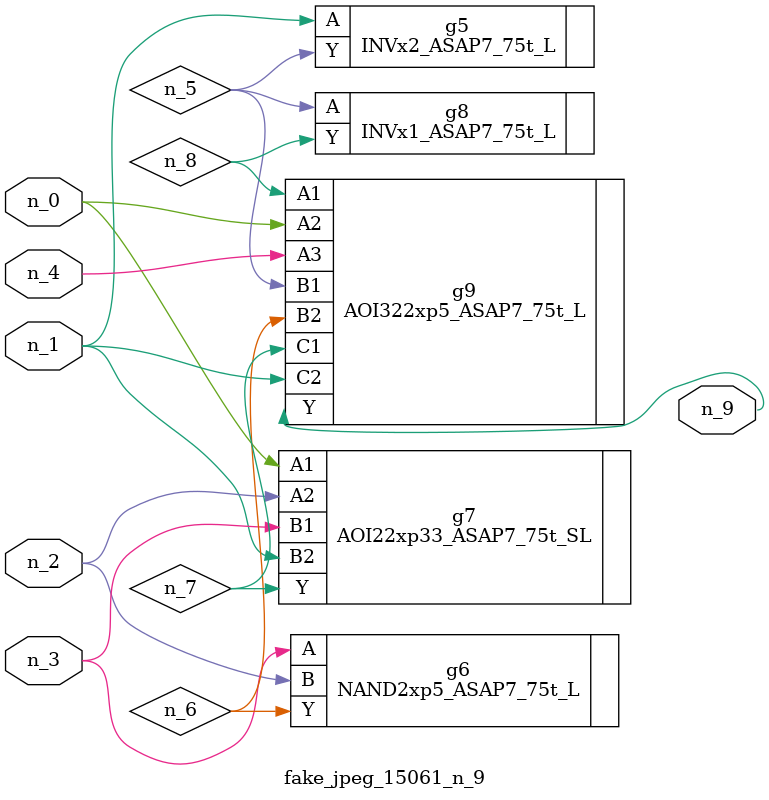
<source format=v>
module fake_jpeg_15061_n_9 (n_3, n_2, n_1, n_0, n_4, n_9);

input n_3;
input n_2;
input n_1;
input n_0;
input n_4;

output n_9;

wire n_8;
wire n_6;
wire n_5;
wire n_7;

INVx2_ASAP7_75t_L g5 ( 
.A(n_1),
.Y(n_5)
);

NAND2xp5_ASAP7_75t_L g6 ( 
.A(n_3),
.B(n_2),
.Y(n_6)
);

AOI22xp33_ASAP7_75t_SL g7 ( 
.A1(n_0),
.A2(n_2),
.B1(n_3),
.B2(n_1),
.Y(n_7)
);

INVx1_ASAP7_75t_L g8 ( 
.A(n_5),
.Y(n_8)
);

AOI322xp5_ASAP7_75t_L g9 ( 
.A1(n_8),
.A2(n_0),
.A3(n_4),
.B1(n_5),
.B2(n_6),
.C1(n_7),
.C2(n_1),
.Y(n_9)
);


endmodule
</source>
